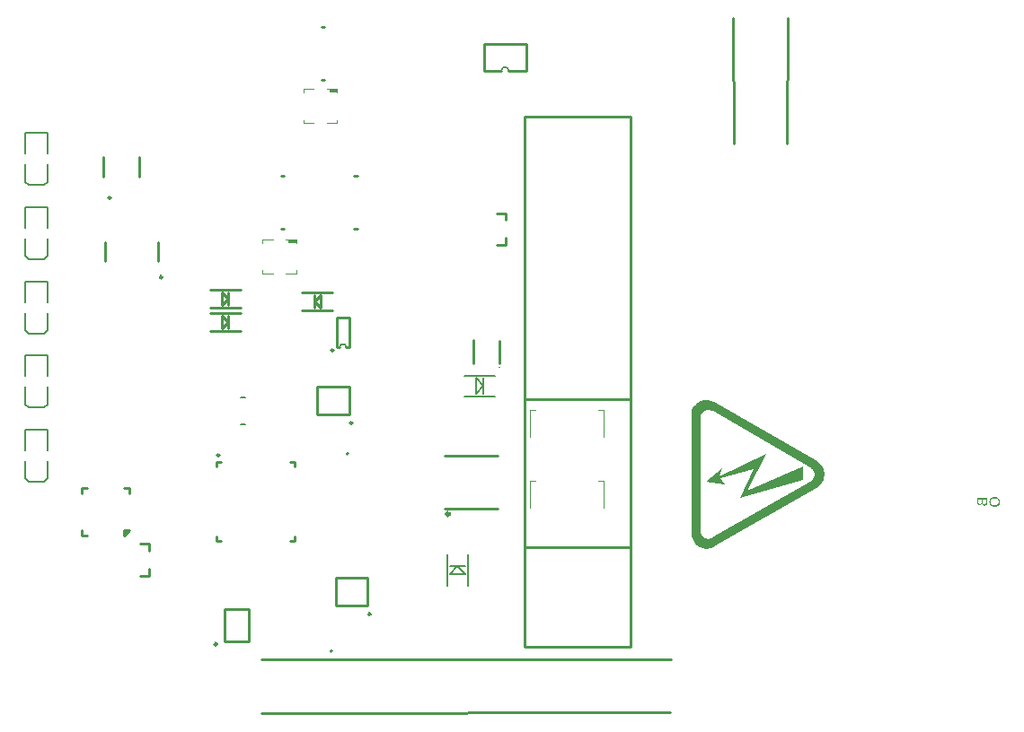
<source format=gbr>
%TF.GenerationSoftware,Altium Limited,Altium Designer,22.0.2 (36)*%
G04 Layer_Color=32896*
%FSLAX45Y45*%
%MOMM*%
%TF.SameCoordinates,8084254D-3EA1-499E-96B0-688E0DB6412D*%
%TF.FilePolarity,Positive*%
%TF.FileFunction,Legend,Bot*%
%TF.Part,Single*%
G01*
G75*
%TA.AperFunction,NonConductor*%
%ADD96C,0.20000*%
%ADD97C,0.25000*%
%ADD98C,0.25400*%
%ADD99C,0.30000*%
%ADD100C,0.15000*%
%ADD101C,0.10000*%
%ADD102C,0.10160*%
G36*
X6543639Y3323742D02*
X6558452Y3320039D01*
X6571414Y3314484D01*
X6582524Y3310781D01*
X6588079Y3308929D01*
X6589930Y3307077D01*
X7558348Y2747876D01*
X7569458Y2740470D01*
X7573162Y2738618D01*
X7575013Y2736766D01*
X7584272Y2727508D01*
X7587975Y2723805D01*
X7589827Y2721953D01*
X7602788Y2705288D01*
X7612046Y2690475D01*
X7619453Y2673810D01*
X7623156Y2658996D01*
X7626860Y2646035D01*
X7628711Y2634925D01*
Y2610853D01*
X7625008Y2597892D01*
X7623156Y2584930D01*
X7619453Y2573820D01*
X7615750Y2566413D01*
X7612046Y2559007D01*
X7610195Y2555303D01*
X7608343Y2553452D01*
X7604640Y2546045D01*
X7602788Y2542342D01*
X7587975Y2525677D01*
X7571310Y2510864D01*
X7560200Y2503457D01*
X7556497Y2499754D01*
X7554645D01*
X6588079Y1942404D01*
Y1940552D01*
X6586227D01*
X6584375D01*
X6576969Y1936849D01*
X6571414Y1933146D01*
X6567710Y1931294D01*
X6565859D01*
X6560304Y1929442D01*
X6552897Y1927591D01*
X6547342Y1925739D01*
X6545490D01*
X6525122Y1923887D01*
X6506605D01*
X6489941Y1925739D01*
X6475127Y1929442D01*
X6462166Y1934997D01*
X6452907Y1938701D01*
X6447352Y1940552D01*
X6445501Y1942404D01*
X6432539Y1949811D01*
X6428836Y1951662D01*
X6426984Y1953514D01*
X6417726Y1962772D01*
X6414022Y1966476D01*
X6412171Y1968327D01*
X6399209Y1984992D01*
X6389951Y2001657D01*
X6382544Y2018322D01*
X6378841Y2034987D01*
X6375138Y2047949D01*
X6373286Y2059059D01*
Y3186720D01*
X6375138Y3195978D01*
Y3203384D01*
X6376989Y3205236D01*
Y3212643D01*
X6378841Y3220049D01*
X6380693Y3225604D01*
Y3227456D01*
X6388099Y3245973D01*
X6397358Y3262638D01*
X6408467Y3275599D01*
X6419577Y3286709D01*
X6428836Y3295967D01*
X6438094Y3301522D01*
X6443649Y3305226D01*
X6445501Y3307077D01*
Y3308929D01*
X6454759Y3312632D01*
X6460314Y3316336D01*
X6464017Y3318187D01*
X6465869D01*
X6473276Y3320039D01*
X6480682Y3321891D01*
X6484386Y3323742D01*
X6486237D01*
X6506605Y3325594D01*
X6525122D01*
X6543639Y3323742D01*
D02*
G37*
G36*
X9163739Y2364653D02*
X9163600Y2361324D01*
X9163461Y2358412D01*
X9163184Y2355777D01*
X9162907Y2353558D01*
X9162629Y2351755D01*
X9162491Y2350368D01*
X9162213Y2349536D01*
Y2349259D01*
X9161520Y2346901D01*
X9160826Y2344960D01*
X9159994Y2343157D01*
X9159162Y2341631D01*
X9158608Y2340383D01*
X9158053Y2339412D01*
X9157637Y2338858D01*
X9157498Y2338719D01*
X9156250Y2337193D01*
X9154724Y2335807D01*
X9153199Y2334697D01*
X9151812Y2333588D01*
X9150425Y2332756D01*
X9149454Y2332201D01*
X9148761Y2331785D01*
X9148484Y2331646D01*
X9146265Y2330675D01*
X9144046Y2329982D01*
X9141965Y2329427D01*
X9140024Y2329150D01*
X9138360Y2328872D01*
X9136973Y2328734D01*
X9136141D01*
X9136002D01*
X9135863D01*
X9132812Y2328872D01*
X9130039Y2329427D01*
X9127681Y2330259D01*
X9125462Y2331091D01*
X9123798Y2331923D01*
X9122550Y2332756D01*
X9121718Y2333310D01*
X9121440Y2333449D01*
X9119221Y2335391D01*
X9117418Y2337471D01*
X9115893Y2339828D01*
X9114645Y2341909D01*
X9113674Y2343850D01*
X9113119Y2345514D01*
X9112842Y2346069D01*
X9112703Y2346485D01*
X9112564Y2346763D01*
Y2346901D01*
X9111178Y2344544D01*
X9109791Y2342463D01*
X9108265Y2340799D01*
X9106878Y2339412D01*
X9105769Y2338303D01*
X9104659Y2337471D01*
X9104105Y2337055D01*
X9103827Y2336916D01*
X9101747Y2335807D01*
X9099806Y2334975D01*
X9097864Y2334281D01*
X9096061Y2333865D01*
X9094536Y2333588D01*
X9093287Y2333449D01*
X9092594D01*
X9092317D01*
X9089959Y2333588D01*
X9087601Y2334004D01*
X9085521Y2334697D01*
X9083579Y2335391D01*
X9081915Y2336084D01*
X9080806Y2336777D01*
X9079974Y2337193D01*
X9079696Y2337332D01*
X9077616Y2338858D01*
X9075675Y2340522D01*
X9074149Y2342325D01*
X9072901Y2343989D01*
X9071930Y2345376D01*
X9071237Y2346624D01*
X9070821Y2347456D01*
X9070682Y2347595D01*
Y2347733D01*
X9069711Y2350368D01*
X9069018Y2353281D01*
X9068463Y2356193D01*
X9068186Y2358967D01*
X9067908Y2361463D01*
Y2362573D01*
X9067770Y2363543D01*
Y2401265D01*
X9163739D01*
Y2364653D01*
D02*
G37*
G36*
X9238684Y2410627D02*
X9242983Y2410072D01*
X9247143Y2409240D01*
X9248946Y2408685D01*
X9250749Y2408130D01*
X9252275Y2407714D01*
X9253661Y2407160D01*
X9254910Y2406743D01*
X9256019Y2406327D01*
X9256851Y2406050D01*
X9257406Y2405773D01*
X9257822Y2405495D01*
X9257961D01*
X9261982Y2403138D01*
X9265450Y2400641D01*
X9268501Y2397868D01*
X9270997Y2395233D01*
X9273077Y2392875D01*
X9273909Y2391904D01*
X9274464Y2391072D01*
X9275019Y2390240D01*
X9275435Y2389685D01*
X9275574Y2389408D01*
X9275712Y2389269D01*
X9276822Y2387189D01*
X9277792Y2385109D01*
X9279457Y2380948D01*
X9280566Y2376926D01*
X9281398Y2373182D01*
X9281676Y2371379D01*
X9281814Y2369854D01*
X9282092Y2368467D01*
Y2367219D01*
X9282230Y2366386D01*
Y2365000D01*
X9281953Y2360423D01*
X9281260Y2356124D01*
X9280427Y2352102D01*
X9279873Y2350299D01*
X9279318Y2348635D01*
X9278763Y2347109D01*
X9278209Y2345723D01*
X9277792Y2344613D01*
X9277376Y2343642D01*
X9276960Y2342810D01*
X9276683Y2342117D01*
X9276406Y2341839D01*
Y2341701D01*
X9273909Y2337818D01*
X9271136Y2334489D01*
X9268223Y2331715D01*
X9265450Y2329358D01*
X9262815Y2327416D01*
X9261844Y2326723D01*
X9260873Y2326168D01*
X9260041Y2325613D01*
X9259486Y2325336D01*
X9259070Y2325059D01*
X9258931D01*
X9256713Y2323949D01*
X9254494Y2323117D01*
X9250056Y2321591D01*
X9245618Y2320482D01*
X9241596Y2319789D01*
X9239793Y2319650D01*
X9238129Y2319373D01*
X9236603Y2319234D01*
X9235355D01*
X9234246Y2319095D01*
X9233552D01*
X9232998D01*
X9232859D01*
X9227589Y2319373D01*
X9222735Y2319927D01*
X9220516Y2320343D01*
X9218297Y2320898D01*
X9216355Y2321453D01*
X9214553Y2321869D01*
X9212888Y2322424D01*
X9211363Y2322978D01*
X9210115Y2323394D01*
X9209005Y2323949D01*
X9208173Y2324226D01*
X9207618Y2324504D01*
X9207202Y2324781D01*
X9207064D01*
X9203042Y2327000D01*
X9199436Y2329635D01*
X9196385Y2332409D01*
X9193889Y2334905D01*
X9191947Y2337263D01*
X9191115Y2338372D01*
X9190422Y2339204D01*
X9190005Y2340036D01*
X9189589Y2340591D01*
X9189451Y2340869D01*
X9189312Y2341007D01*
X9188203Y2343088D01*
X9187232Y2345168D01*
X9185568Y2349190D01*
X9184458Y2353350D01*
X9183765Y2356956D01*
X9183487Y2358620D01*
X9183210Y2360284D01*
X9183071Y2361532D01*
Y2362781D01*
X9182933Y2363751D01*
Y2365000D01*
X9183071Y2368744D01*
X9183487Y2372211D01*
X9184181Y2375540D01*
X9185013Y2378729D01*
X9186122Y2381642D01*
X9187232Y2384415D01*
X9188480Y2386912D01*
X9189728Y2389131D01*
X9190976Y2391211D01*
X9192224Y2393014D01*
X9193334Y2394539D01*
X9194443Y2395787D01*
X9195275Y2396758D01*
X9195969Y2397590D01*
X9196385Y2398006D01*
X9196524Y2398145D01*
X9199159Y2400364D01*
X9201932Y2402306D01*
X9204983Y2404108D01*
X9208034Y2405495D01*
X9211224Y2406743D01*
X9214275Y2407853D01*
X9217326Y2408685D01*
X9220239Y2409240D01*
X9223012Y2409795D01*
X9225647Y2410211D01*
X9228005Y2410488D01*
X9229946Y2410765D01*
X9231611D01*
X9232859Y2410904D01*
X9233691D01*
X9233830D01*
X9233968D01*
X9238684Y2410627D01*
D02*
G37*
%LPC*%
G36*
X6547342Y3233011D02*
X6543639D01*
X6538084D01*
X6536232D01*
X6521419Y3231159D01*
X6508457Y3229308D01*
X6501050Y3225604D01*
X6497347Y3223753D01*
X6480682Y3208939D01*
X6469572Y3195978D01*
X6464017Y3184868D01*
X6462166Y3181165D01*
Y3179313D01*
X6464017Y3181165D01*
X6462166Y3177461D01*
X6460314Y3171906D01*
Y3157093D01*
X6458462D01*
Y2094240D01*
X6460314Y2083130D01*
X6462166Y2072020D01*
X6469572Y2055355D01*
X6475127Y2044245D01*
X6478831Y2042394D01*
Y2040542D01*
X6486237Y2034987D01*
X6488089Y2033135D01*
X6493644Y2027580D01*
X6497347Y2025729D01*
X6506605Y2022025D01*
X6515864Y2018322D01*
X6534380Y2016470D01*
X6541787D01*
X6545490Y2018322D01*
X6549194D01*
X6551045D01*
X6558452Y2020174D01*
X6560304Y2022025D01*
X6562155D01*
X6569562Y2023877D01*
X6571414Y2025729D01*
X6573265D01*
X6575117D01*
X7493540Y2557155D01*
X7504650Y2564562D01*
X7512057Y2571968D01*
X7517612Y2577523D01*
X7519463Y2579375D01*
Y2583078D01*
X7521315Y2584930D01*
X7523167D01*
X7530573Y2599743D01*
X7532425Y2612705D01*
X7534277Y2621963D01*
Y2625667D01*
X7532425D01*
Y2636777D01*
X7528722Y2646035D01*
X7523167Y2662700D01*
X7515760Y2673810D01*
X7513909Y2675661D01*
X7512057Y2677513D01*
X7506502Y2683068D01*
X7504650Y2684920D01*
X7499095Y2688623D01*
X7497244Y2690475D01*
X7495392D01*
X6576969Y3221901D01*
X6575117D01*
X6564007Y3227456D01*
X6554749Y3231159D01*
X6547342Y3233011D01*
D02*
G37*
%LPD*%
G36*
X6902861Y2471979D02*
X7428732Y2699733D01*
X7425029Y2573820D01*
X6830646Y2401616D01*
X6962114Y2670106D01*
X6645480Y2586782D01*
X6689920Y2529380D01*
X6512160Y2557155D01*
X6660293Y2684920D01*
X6641777Y2607150D01*
X7082472Y2820091D01*
X6902861Y2471979D01*
D02*
G37*
%LPC*%
G36*
X9107988Y2388507D02*
X9079142D01*
Y2365762D01*
X9079419Y2362711D01*
X9079558Y2360354D01*
X9079835Y2358273D01*
X9080112Y2356748D01*
X9080251Y2355777D01*
X9080528Y2355084D01*
Y2354945D01*
X9081083Y2353419D01*
X9081915Y2352033D01*
X9082747Y2350923D01*
X9083579Y2349952D01*
X9084273Y2349259D01*
X9084966Y2348704D01*
X9085382Y2348427D01*
X9085521Y2348288D01*
X9086908Y2347456D01*
X9088295Y2346901D01*
X9089682Y2346485D01*
X9091068Y2346208D01*
X9092178Y2346069D01*
X9093010Y2345931D01*
X9093565D01*
X9093842D01*
X9095645Y2346069D01*
X9097309Y2346347D01*
X9098696Y2346763D01*
X9099806Y2347179D01*
X9100776Y2347595D01*
X9101608Y2348011D01*
X9102024Y2348288D01*
X9102163Y2348427D01*
X9103273Y2349398D01*
X9104382Y2350646D01*
X9105214Y2351894D01*
X9105769Y2353003D01*
X9106324Y2354113D01*
X9106740Y2354945D01*
X9106878Y2355500D01*
X9107017Y2355777D01*
X9107294Y2357303D01*
X9107572Y2359244D01*
X9107711Y2361186D01*
X9107849Y2363127D01*
X9107988Y2364930D01*
Y2388507D01*
D02*
G37*
G36*
X9152367D02*
X9119360D01*
Y2363266D01*
X9119637Y2360354D01*
X9119915Y2357996D01*
X9120192Y2356054D01*
X9120469Y2354529D01*
X9120747Y2353281D01*
X9120885Y2352726D01*
X9121024Y2352449D01*
X9121718Y2350646D01*
X9122550Y2349120D01*
X9123520Y2347733D01*
X9124491Y2346624D01*
X9125323Y2345792D01*
X9126017Y2345237D01*
X9126572Y2344821D01*
X9126710Y2344682D01*
X9128236Y2343712D01*
X9129761Y2343018D01*
X9131287Y2342463D01*
X9132674Y2342186D01*
X9133922Y2341909D01*
X9135031Y2341770D01*
X9135586D01*
X9135863D01*
X9137528Y2341909D01*
X9139192Y2342047D01*
X9140579Y2342325D01*
X9141688Y2342741D01*
X9142659Y2343157D01*
X9143491Y2343434D01*
X9143907Y2343573D01*
X9144046Y2343712D01*
X9145294Y2344544D01*
X9146403Y2345237D01*
X9147235Y2346208D01*
X9148068Y2346901D01*
X9148622Y2347595D01*
X9149038Y2348149D01*
X9149316Y2348566D01*
X9149454Y2348704D01*
X9150564Y2351062D01*
X9151396Y2353419D01*
X9151673Y2354390D01*
X9151812Y2355222D01*
X9151951Y2355777D01*
Y2355916D01*
X9152089Y2357025D01*
X9152228Y2358273D01*
X9152367Y2361186D01*
Y2388507D01*
D02*
G37*
G36*
X9235771Y2397868D02*
X9234800D01*
X9234246D01*
X9234107D01*
X9230224Y2397729D01*
X9226618Y2397452D01*
X9223151Y2397036D01*
X9220100Y2396342D01*
X9217326Y2395649D01*
X9214830Y2394817D01*
X9212472Y2393846D01*
X9210531Y2393014D01*
X9208728Y2392043D01*
X9207202Y2391211D01*
X9205954Y2390379D01*
X9204983Y2389685D01*
X9204151Y2388992D01*
X9203597Y2388576D01*
X9203319Y2388298D01*
X9203180Y2388160D01*
X9201516Y2386357D01*
X9200129Y2384415D01*
X9198881Y2382474D01*
X9197772Y2380394D01*
X9196940Y2378452D01*
X9196108Y2376510D01*
X9194998Y2372905D01*
X9194721Y2371240D01*
X9194443Y2369715D01*
X9194166Y2368467D01*
X9194027Y2367219D01*
X9193889Y2366248D01*
Y2365000D01*
X9194027Y2361532D01*
X9194582Y2358204D01*
X9195414Y2355292D01*
X9196246Y2352795D01*
X9197217Y2350715D01*
X9197633Y2349883D01*
X9197910Y2349190D01*
X9198327Y2348496D01*
X9198465Y2348080D01*
X9198743Y2347941D01*
Y2347803D01*
X9200684Y2345168D01*
X9202903Y2342810D01*
X9205122Y2340730D01*
X9207341Y2339066D01*
X9209283Y2337818D01*
X9210947Y2336847D01*
X9211502Y2336569D01*
X9211918Y2336292D01*
X9212195Y2336153D01*
X9212334D01*
X9215662Y2334766D01*
X9219268Y2333796D01*
X9222596Y2333102D01*
X9225786Y2332686D01*
X9227311Y2332409D01*
X9228560Y2332270D01*
X9229808D01*
X9230779Y2332131D01*
X9231611D01*
X9232165D01*
X9232581D01*
X9232720D01*
X9236049Y2332270D01*
X9239238Y2332548D01*
X9242289Y2332964D01*
X9245063Y2333518D01*
X9247559Y2334350D01*
X9249917Y2335044D01*
X9252136Y2335876D01*
X9254078Y2336708D01*
X9255742Y2337679D01*
X9257267Y2338511D01*
X9258515Y2339204D01*
X9259486Y2339898D01*
X9260318Y2340591D01*
X9261012Y2341007D01*
X9261289Y2341285D01*
X9261428Y2341423D01*
X9263231Y2343226D01*
X9264756Y2345168D01*
X9266004Y2347109D01*
X9267252Y2349051D01*
X9268223Y2350993D01*
X9268917Y2353073D01*
X9269610Y2354876D01*
X9270165Y2356817D01*
X9270581Y2358481D01*
X9270858Y2360146D01*
X9271136Y2361532D01*
X9271274Y2362781D01*
Y2363751D01*
X9271413Y2364445D01*
Y2365138D01*
X9271274Y2367773D01*
X9270997Y2370270D01*
X9270442Y2372489D01*
X9269887Y2374707D01*
X9269055Y2376788D01*
X9268223Y2378729D01*
X9267391Y2380532D01*
X9266420Y2382196D01*
X9265450Y2383583D01*
X9264617Y2384831D01*
X9263785Y2385941D01*
X9262953Y2386912D01*
X9262399Y2387605D01*
X9261844Y2388160D01*
X9261566Y2388437D01*
X9261428Y2388576D01*
X9259486Y2390240D01*
X9257406Y2391627D01*
X9255187Y2392875D01*
X9252968Y2393985D01*
X9250610Y2394817D01*
X9248391Y2395649D01*
X9243954Y2396758D01*
X9242012Y2397036D01*
X9240070Y2397313D01*
X9238406Y2397590D01*
X9237019Y2397729D01*
X9235771Y2397868D01*
D02*
G37*
%LPD*%
D96*
X4568001Y3635000D02*
G03*
X4568001Y3635000I-5000J0D01*
G01*
X2990001Y955000D02*
G03*
X2990001Y955000I-10000J0D01*
G01*
X3120001Y3825000D02*
G03*
X3060001Y3825000I-30000J0D01*
G01*
X4649250Y6436500D02*
G03*
X4585750Y6436500I-31750J0D01*
G01*
X3140001Y2820000D02*
G03*
X3140001Y2820000I-10000J0D01*
G01*
D97*
X902500Y5235000D02*
G03*
X902500Y5235000I-12500J0D01*
G01*
X1902500Y1022500D02*
G03*
X1902500Y1022500I-12500J0D01*
G01*
X1388000Y4485000D02*
G03*
X1388000Y4485000I-12500J0D01*
G01*
X1927501Y2805000D02*
G03*
X1927501Y2805000I-12500J0D01*
G01*
X4563001Y3675000D02*
Y3880000D01*
X4323000Y3890000D02*
X4323001Y3675000D01*
X2885000Y6850000D02*
X2915000D01*
X2885000Y6350000D02*
X2915000D01*
X830000Y5430000D02*
Y5620000D01*
X1170000Y5430000D02*
Y5620000D01*
X1975000Y1355000D02*
X2205000D01*
X1975000Y1045000D02*
X2205000D01*
Y1355000D01*
X1975000Y1045000D02*
Y1355000D01*
X3030001Y3825000D02*
Y4105000D01*
X3150001D01*
Y3825000D02*
Y4105000D01*
X3030001Y3825000D02*
X3060001D01*
X3120001D02*
X3150001D01*
X4620001Y5025000D02*
Y5090000D01*
Y4790000D02*
Y4854999D01*
X4535001Y5090000D02*
X4620001D01*
X4535001Y4790000D02*
X4620001D01*
X1175000Y1670000D02*
X1260001D01*
X1175000Y1970000D02*
X1260001D01*
Y1670000D02*
Y1735000D01*
Y1905000D02*
Y1970000D01*
X1837000Y3975000D02*
X2125000D01*
X1837000Y4145000D02*
X2125000D01*
X1947000Y4000000D02*
Y4120000D01*
X2007000Y4060000D01*
X1947000Y4000000D02*
X2007000Y4060000D01*
X2007000Y4000000D02*
Y4120000D01*
X850000Y4635000D02*
Y4815000D01*
X1350000Y4635000D02*
Y4815000D01*
X1900001Y2740000D02*
X1937501D01*
X1900001Y2697500D02*
Y2740000D01*
Y2000000D02*
Y2042500D01*
Y2000000D02*
X1937501D01*
X2592501D02*
X2630001D01*
Y2042500D01*
X2592501Y2740000D02*
X2630001D01*
Y2697500D02*
Y2740000D01*
X4417500Y6436500D02*
Y6690500D01*
X4817500D01*
Y6436500D02*
Y6690500D01*
X4649250Y6436500D02*
X4817500D01*
X4417500D02*
X4585750D01*
X1837001Y4195000D02*
X2125001D01*
X1837001Y4365000D02*
X2125001D01*
X1947000Y4220000D02*
Y4340000D01*
X2007000Y4280000D01*
X1947000Y4220000D02*
X2007000Y4280000D01*
X2007001Y4220000D02*
Y4340000D01*
X2705000Y4345000D02*
X2993000D01*
X2705000Y4175000D02*
X2993000D01*
X2883001Y4200000D02*
Y4320000D01*
X2823001Y4260000D02*
X2883001Y4200000D01*
X2823001Y4260000D02*
X2883001Y4320000D01*
X2823000Y4200000D02*
Y4320000D01*
X2505001Y5440000D02*
X2535001D01*
X2505001Y4940000D02*
X2535001D01*
X3195001Y4940000D02*
X3225001D01*
X3195001Y5440000D02*
X3225001D01*
X6770000Y6930000D02*
X6775000Y5750000D01*
X7275000D02*
X7280000Y6930000D01*
D98*
X3000001Y3795001D02*
G03*
X3000001Y3795001I-10000J0D01*
G01*
X3350001Y1304999D02*
G03*
X3350001Y1304999I-10000J0D01*
G01*
X3177001Y3110000D02*
G03*
X3177001Y3110000I-10000J0D01*
G01*
X1025000Y2045000D02*
Y2095000D01*
Y2045000D02*
X1075000Y2095000D01*
X1025000D02*
X1075000D01*
Y2445000D02*
Y2495000D01*
X1025000D02*
X1075000D01*
X625000D02*
X675000D01*
X625000Y2445000D02*
Y2495000D01*
Y2045000D02*
Y2095000D01*
Y2045000D02*
X675000D01*
X3020001Y1384999D02*
X3320001D01*
X3020001D02*
Y1644999D01*
X3320001D01*
Y1384999D02*
Y1644999D01*
X4050000Y2300000D02*
X4550000D01*
X4050000Y2800000D02*
X4550000D01*
X2847001Y3190000D02*
X3147001D01*
X2847001D02*
Y3450000D01*
X3147001D01*
Y3190000D02*
Y3450000D01*
X4800001Y1937300D02*
X5800001D01*
X4800001Y3337300D02*
X5800001D01*
X4800000Y6000000D02*
X5800001D01*
X4800001Y1000000D02*
X5800001D01*
Y6000000D01*
X4800000D02*
X4800001Y1000000D01*
X2320000Y370000D02*
X6170000Y380000D01*
X2320000Y875000D02*
X6180000Y875000D01*
D99*
X4095000Y2250000D02*
G03*
X4095000Y2250000I-15000J0D01*
G01*
D100*
X125400Y5354600D02*
X274600D01*
X94600Y5385400D02*
X125400Y5354600D01*
X94600Y5385400D02*
Y5550000D01*
X274600Y5354600D02*
X305400Y5385400D01*
Y5550000D01*
X94600Y5650000D02*
Y5845400D01*
X305400D01*
Y5650000D02*
Y5845400D01*
X4235000Y3558000D02*
X4525000D01*
X4235000Y3362000D02*
X4525000D01*
X4345000Y3385000D02*
Y3535000D01*
Y3385000D02*
X4415000Y3460000D01*
X4345000Y3535000D02*
X4415000Y3460000D01*
Y3385000D02*
Y3535000D01*
X2125000Y3100000D02*
X2165000D01*
X2125000Y3350000D02*
X2165000D01*
X4072000Y1575000D02*
Y1865000D01*
X4268000Y1575000D02*
Y1865000D01*
X4095000Y1685000D02*
X4245000D01*
X4170000Y1755000D02*
X4245000Y1685000D01*
X4095000D02*
X4170000Y1755000D01*
X4095000D02*
X4245000D01*
X125400Y4654600D02*
X274600D01*
X94600Y4685400D02*
X125400Y4654600D01*
X94600Y4685400D02*
Y4850000D01*
X274600Y4654600D02*
X305400Y4685400D01*
Y4850000D01*
X94600Y4950000D02*
Y5145400D01*
X305400D01*
Y4950000D02*
Y5145400D01*
X125400Y3254600D02*
X274600D01*
X94600Y3285400D02*
X125400Y3254600D01*
X94600Y3285400D02*
Y3450000D01*
X274600Y3254600D02*
X305400Y3285400D01*
Y3450000D01*
X94600Y3550000D02*
Y3745400D01*
X305400D01*
Y3550000D02*
Y3745400D01*
X125400Y2554600D02*
X274600D01*
X94600Y2585400D02*
X125400Y2554600D01*
X94600Y2585400D02*
Y2750000D01*
X274600Y2554600D02*
X305400Y2585400D01*
Y2750000D01*
X94600Y2850000D02*
Y3045400D01*
X305400D01*
Y2850000D02*
Y3045400D01*
X125400Y3954600D02*
X274600D01*
X94600Y3985400D02*
X125400Y3954600D01*
X94600Y3985400D02*
Y4150000D01*
X274600Y3954600D02*
X305400Y3985400D01*
Y4150000D01*
X94600Y4250000D02*
Y4445400D01*
X305400D01*
Y4250000D02*
Y4445400D01*
D101*
X2962500Y6252500D02*
X3035000D01*
X2962500Y6245000D02*
Y6252500D01*
Y6245000D02*
X3035000D01*
Y6237500D02*
Y6245000D01*
X2962500Y6237500D02*
X3035000D01*
X2962500D02*
Y6260000D01*
X3035000Y5940000D02*
Y5970000D01*
X2935000Y5940000D02*
X3035000D01*
X2715000D02*
X2815000D01*
X2715000D02*
Y5970000D01*
Y6230000D02*
Y6260000D01*
X2815000D01*
X2935000D02*
X3035000D01*
Y6230000D02*
Y6260000D01*
X2577500Y4832500D02*
X2650000D01*
X2577500Y4825000D02*
Y4832500D01*
Y4825000D02*
X2650000D01*
Y4817500D02*
Y4825000D01*
X2577500Y4817500D02*
X2650000D01*
X2577500D02*
Y4840000D01*
X2650000Y4520000D02*
Y4550000D01*
X2550000Y4520000D02*
X2650000D01*
X2330000D02*
X2430000D01*
X2330000D02*
Y4550000D01*
Y4810000D02*
Y4840000D01*
X2430000D01*
X2550000D02*
X2650000D01*
Y4810000D02*
Y4840000D01*
D102*
X4849992Y2560012D02*
X4899984Y2560013D01*
X4849992Y2560012D02*
X4849999Y2310000D01*
X5549992Y2560012D02*
X5549999Y2310000D01*
X5500000Y2560010D02*
X5549992Y2560012D01*
X4849992Y3230012D02*
X4899984Y3230013D01*
X4849992Y3230012D02*
X4849999Y2980000D01*
X5549992Y3230012D02*
X5549999Y2980000D01*
X5500000Y3230010D02*
X5549992Y3230012D01*
%TF.MD5,f8a521ee1c89979cc944defa6bfd9bd6*%
M02*

</source>
